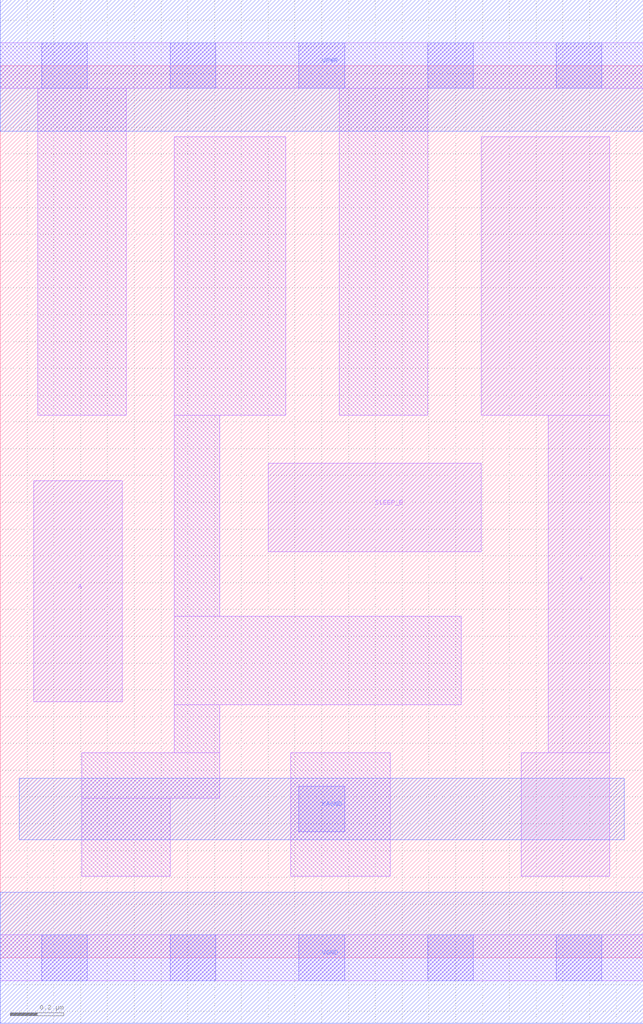
<source format=lef>
# Copyright 2020 The SkyWater PDK Authors
#
# Licensed under the Apache License, Version 2.0 (the "License");
# you may not use this file except in compliance with the License.
# You may obtain a copy of the License at
#
#     https://www.apache.org/licenses/LICENSE-2.0
#
# Unless required by applicable law or agreed to in writing, software
# distributed under the License is distributed on an "AS IS" BASIS,
# WITHOUT WARRANTIES OR CONDITIONS OF ANY KIND, either express or implied.
# See the License for the specific language governing permissions and
# limitations under the License.
#
# SPDX-License-Identifier: Apache-2.0

VERSION 5.7 ;
  NOWIREEXTENSIONATPIN ON ;
  DIVIDERCHAR "/" ;
  BUSBITCHARS "[]" ;
UNITS
  DATABASE MICRONS 200 ;
END UNITS
MACRO sky130_fd_sc_lp__iso0n_lp2
  CLASS CORE ;
  FOREIGN sky130_fd_sc_lp__iso0n_lp2 ;
  ORIGIN  0.000000  0.000000 ;
  SIZE  2.400000 BY  3.330000 ;
  SYMMETRY X Y R90 ;
  SITE unit ;
  PIN A
    ANTENNAGATEAREA  0.313000 ;
    DIRECTION INPUT ;
    USE SIGNAL ;
    PORT
      LAYER li1 ;
        RECT 0.125000 0.955000 0.455000 1.780000 ;
    END
  END A
  PIN SLEEP_B
    ANTENNAGATEAREA  0.313000 ;
    DIRECTION INPUT ;
    USE SIGNAL ;
    PORT
      LAYER li1 ;
        RECT 1.000000 1.515000 1.795000 1.845000 ;
    END
  END SLEEP_B
  PIN X
    ANTENNADIFFAREA  0.404700 ;
    DIRECTION OUTPUT ;
    USE SIGNAL ;
    PORT
      LAYER li1 ;
        RECT 1.795000 2.025000 2.275000 3.065000 ;
        RECT 1.945000 0.305000 2.275000 0.765000 ;
        RECT 2.045000 0.765000 2.275000 2.025000 ;
    END
  END X
  PIN KAGND
    USE GROUND ;
    PORT
      LAYER met1 ;
        RECT 0.070000 0.440000 2.330000 0.670000 ;
    END
  END KAGND
  PIN VGND
    DIRECTION INOUT ;
    USE GROUND ;
    PORT
      LAYER met1 ;
        RECT 0.000000 -0.245000 2.400000 0.245000 ;
    END
  END VGND
  PIN VPWR
    DIRECTION INOUT ;
    USE POWER ;
    PORT
      LAYER met1 ;
        RECT 0.000000 3.085000 2.400000 3.575000 ;
    END
  END VPWR
  OBS
    LAYER li1 ;
      RECT 0.000000 -0.085000 2.400000 0.085000 ;
      RECT 0.000000  3.245000 2.400000 3.415000 ;
      RECT 0.140000  2.025000 0.470000 3.245000 ;
      RECT 0.305000  0.305000 0.635000 0.595000 ;
      RECT 0.305000  0.595000 0.820000 0.765000 ;
      RECT 0.650000  0.765000 0.820000 0.945000 ;
      RECT 0.650000  0.945000 1.720000 1.275000 ;
      RECT 0.650000  1.275000 0.820000 2.025000 ;
      RECT 0.650000  2.025000 1.065000 3.065000 ;
      RECT 1.085000  0.305000 1.455000 0.765000 ;
      RECT 1.265000  2.025000 1.595000 3.245000 ;
    LAYER mcon ;
      RECT 0.155000 -0.085000 0.325000 0.085000 ;
      RECT 0.155000  3.245000 0.325000 3.415000 ;
      RECT 0.635000 -0.085000 0.805000 0.085000 ;
      RECT 0.635000  3.245000 0.805000 3.415000 ;
      RECT 1.115000 -0.085000 1.285000 0.085000 ;
      RECT 1.115000  0.470000 1.285000 0.640000 ;
      RECT 1.115000  3.245000 1.285000 3.415000 ;
      RECT 1.595000 -0.085000 1.765000 0.085000 ;
      RECT 1.595000  3.245000 1.765000 3.415000 ;
      RECT 2.075000 -0.085000 2.245000 0.085000 ;
      RECT 2.075000  3.245000 2.245000 3.415000 ;
  END
END sky130_fd_sc_lp__iso0n_lp2
END LIBRARY

</source>
